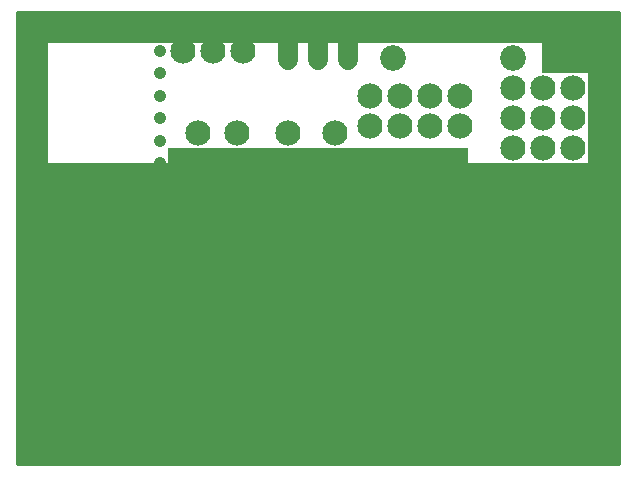
<source format=gbs>
G75*
%MOIN*%
%OFA0B0*%
%FSLAX25Y25*%
%IPPOS*%
%LPD*%
%AMOC8*
5,1,8,0,0,1.08239X$1,22.5*
%
%ADD10C,0.01600*%
%ADD11R,2.00000X1.00000*%
%ADD12R,2.00000X0.10000*%
%ADD13R,0.10000X0.40000*%
%ADD14R,0.22500X0.10000*%
%ADD15R,1.00000X0.12500*%
%ADD16C,0.00000*%
%ADD17R,0.20800X0.09800*%
%ADD18R,0.09800X0.20800*%
%ADD19C,0.08600*%
%ADD20C,0.06800*%
%ADD21C,0.04100*%
%ADD22C,0.05600*%
%ADD23C,0.08400*%
%ADD24OC8,0.06650*%
D10*
X0167772Y0112602D02*
X0367772Y0112602D01*
X0367772Y0262602D01*
X0167772Y0262602D01*
X0167772Y0112602D01*
D11*
X0267772Y0162602D03*
X0267772Y0162602D03*
D12*
X0267772Y0257602D03*
D13*
X0172772Y0232602D03*
X0362772Y0232602D03*
D14*
X0354022Y0247602D03*
D15*
X0267772Y0211352D03*
D16*
X0167772Y0212102D02*
X0167772Y0168102D01*
X0245772Y0112602D02*
X0289772Y0112602D01*
X0367772Y0168102D02*
X0367772Y0212102D01*
D17*
X0357672Y0207502D03*
X0357672Y0172702D03*
X0177872Y0172702D03*
X0177872Y0207502D03*
D18*
X0250372Y0122702D03*
X0285172Y0122702D03*
D19*
X0292772Y0247602D03*
X0332772Y0247602D03*
D20*
X0277772Y0247102D02*
X0277772Y0253102D01*
X0267772Y0253102D02*
X0267772Y0247102D01*
X0257772Y0247102D02*
X0257772Y0253102D01*
D21*
X0215272Y0250102D03*
X0215272Y0242602D03*
X0215272Y0235102D03*
X0215272Y0227602D03*
X0215272Y0220102D03*
X0215272Y0212602D03*
X0215272Y0205102D03*
X0207772Y0205102D03*
X0200272Y0205102D03*
X0192772Y0205102D03*
X0185272Y0205102D03*
X0177772Y0205102D03*
X0177772Y0175102D03*
X0185272Y0175102D03*
X0192772Y0175102D03*
X0200272Y0175102D03*
X0207772Y0175102D03*
X0215272Y0175102D03*
X0222772Y0175102D03*
X0230272Y0175102D03*
X0237772Y0175102D03*
X0245272Y0175102D03*
X0245272Y0167602D03*
X0245272Y0160102D03*
X0245272Y0152602D03*
X0245272Y0145102D03*
X0245272Y0137602D03*
X0245272Y0130102D03*
X0252772Y0130102D03*
X0252772Y0137602D03*
X0252772Y0122602D03*
X0245272Y0122602D03*
X0282772Y0122602D03*
X0282772Y0130102D03*
X0282772Y0137602D03*
X0290272Y0145102D03*
X0290272Y0152602D03*
X0290272Y0160102D03*
X0290272Y0167602D03*
X0290272Y0175102D03*
X0297772Y0175102D03*
X0305272Y0175102D03*
X0312772Y0175102D03*
X0320272Y0175102D03*
X0327772Y0175102D03*
X0335272Y0175102D03*
X0342772Y0175102D03*
X0350272Y0175102D03*
X0357772Y0175102D03*
X0355272Y0205102D03*
X0347772Y0205102D03*
X0340272Y0205102D03*
X0332772Y0205102D03*
X0325272Y0205102D03*
X0317772Y0205102D03*
X0310272Y0202602D03*
X0310272Y0207602D03*
X0310272Y0212602D03*
X0290272Y0207602D03*
X0280272Y0207602D03*
X0270272Y0202602D03*
X0265272Y0202602D03*
X0225272Y0202602D03*
X0225272Y0207602D03*
X0225272Y0212602D03*
D22*
X0235272Y0207602D03*
X0240272Y0202602D03*
X0245272Y0207602D03*
X0250272Y0212602D03*
X0255272Y0207602D03*
X0250272Y0202602D03*
X0240272Y0212602D03*
X0298874Y0166224D03*
X0308874Y0166224D03*
X0318874Y0166224D03*
X0328874Y0166224D03*
X0338874Y0166224D03*
X0338874Y0156224D03*
X0348874Y0156224D03*
X0348874Y0146224D03*
X0338874Y0146224D03*
X0328874Y0146224D03*
X0318874Y0146224D03*
X0308874Y0146224D03*
X0298874Y0146224D03*
X0298874Y0156224D03*
X0308874Y0156224D03*
X0318874Y0156224D03*
X0328874Y0156224D03*
X0325252Y0136224D03*
X0333126Y0136224D03*
X0341000Y0136224D03*
X0348874Y0136224D03*
X0356748Y0136224D03*
X0362772Y0137602D03*
X0358874Y0146224D03*
X0358874Y0156224D03*
X0362772Y0167602D03*
X0317378Y0136224D03*
X0309504Y0136224D03*
X0301630Y0136224D03*
X0301630Y0128350D03*
X0309504Y0128350D03*
X0317378Y0128350D03*
X0325252Y0128350D03*
X0333126Y0128350D03*
X0341000Y0128350D03*
X0348874Y0128350D03*
X0356748Y0128350D03*
X0362772Y0127602D03*
X0356748Y0120476D03*
X0362772Y0117602D03*
X0348874Y0120476D03*
X0341000Y0120476D03*
X0333126Y0120476D03*
X0325252Y0120476D03*
X0317378Y0120476D03*
X0309504Y0120476D03*
X0302772Y0117602D03*
X0295272Y0117602D03*
X0287772Y0117602D03*
X0247772Y0117602D03*
X0237772Y0117602D03*
X0227772Y0117602D03*
X0217772Y0117602D03*
X0207772Y0117602D03*
X0197772Y0117602D03*
X0187772Y0117602D03*
X0177772Y0117602D03*
X0172772Y0135102D03*
X0172772Y0145102D03*
X0172772Y0155102D03*
X0172772Y0165102D03*
X0172772Y0175102D03*
X0172772Y0205102D03*
X0172772Y0215102D03*
X0172772Y0225102D03*
X0172772Y0235102D03*
X0172772Y0245102D03*
X0172772Y0255102D03*
X0182772Y0257602D03*
X0192772Y0257602D03*
X0202772Y0257602D03*
X0212772Y0257602D03*
X0222772Y0257602D03*
X0232772Y0257602D03*
X0242772Y0257602D03*
X0292772Y0257602D03*
X0302772Y0257602D03*
X0312772Y0257602D03*
X0322772Y0257602D03*
X0332772Y0257602D03*
X0342772Y0257602D03*
X0352772Y0257602D03*
X0362772Y0257602D03*
X0362772Y0237602D03*
X0362772Y0227602D03*
X0362772Y0217602D03*
X0362772Y0207602D03*
D23*
X0352772Y0217602D03*
X0342772Y0217602D03*
X0332772Y0217602D03*
X0332772Y0227602D03*
X0342772Y0227602D03*
X0352772Y0227602D03*
X0352772Y0237602D03*
X0342772Y0237602D03*
X0332772Y0237602D03*
X0315272Y0235102D03*
X0305272Y0235102D03*
X0305272Y0225102D03*
X0315272Y0225102D03*
X0295272Y0225102D03*
X0285272Y0225102D03*
X0285272Y0235102D03*
X0295272Y0235102D03*
X0273572Y0222702D03*
X0257772Y0222602D03*
X0241072Y0222702D03*
X0227772Y0222602D03*
X0232772Y0250102D03*
X0242772Y0250102D03*
X0222772Y0250102D03*
X0227772Y0155102D03*
X0227772Y0145102D03*
X0217772Y0145102D03*
X0207772Y0145102D03*
X0207772Y0155102D03*
X0217772Y0155102D03*
X0217772Y0135102D03*
X0207772Y0135102D03*
X0207772Y0125102D03*
X0217772Y0125102D03*
X0227772Y0125102D03*
X0227772Y0135102D03*
X0197772Y0125102D03*
X0187772Y0125102D03*
X0177772Y0125102D03*
D24*
X0187772Y0160102D03*
X0197772Y0160102D03*
M02*

</source>
